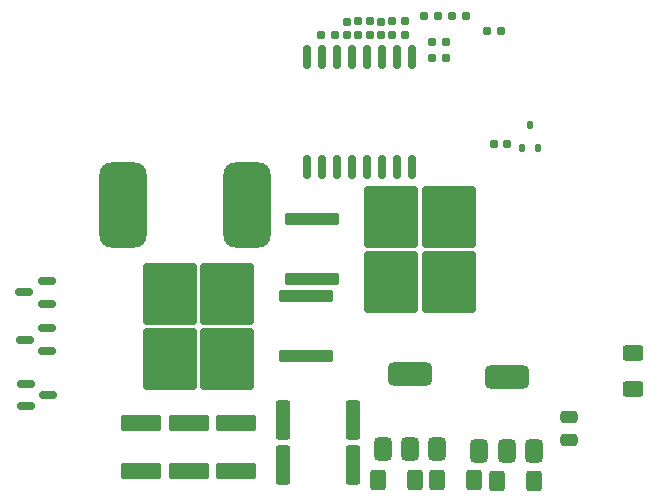
<source format=gtp>
G04 #@! TF.GenerationSoftware,KiCad,Pcbnew,8.0.0*
G04 #@! TF.CreationDate,2024-04-27T08:46:39-07:00*
G04 #@! TF.ProjectId,module controller,6d6f6475-6c65-4206-936f-6e74726f6c6c,rev?*
G04 #@! TF.SameCoordinates,Original*
G04 #@! TF.FileFunction,Paste,Top*
G04 #@! TF.FilePolarity,Positive*
%FSLAX46Y46*%
G04 Gerber Fmt 4.6, Leading zero omitted, Abs format (unit mm)*
G04 Created by KiCad (PCBNEW 8.0.0) date 2024-04-27 08:46:39*
%MOMM*%
%LPD*%
G01*
G04 APERTURE LIST*
G04 Aperture macros list*
%AMRoundRect*
0 Rectangle with rounded corners*
0 $1 Rounding radius*
0 $2 $3 $4 $5 $6 $7 $8 $9 X,Y pos of 4 corners*
0 Add a 4 corners polygon primitive as box body*
4,1,4,$2,$3,$4,$5,$6,$7,$8,$9,$2,$3,0*
0 Add four circle primitives for the rounded corners*
1,1,$1+$1,$2,$3*
1,1,$1+$1,$4,$5*
1,1,$1+$1,$6,$7*
1,1,$1+$1,$8,$9*
0 Add four rect primitives between the rounded corners*
20,1,$1+$1,$2,$3,$4,$5,0*
20,1,$1+$1,$4,$5,$6,$7,0*
20,1,$1+$1,$6,$7,$8,$9,0*
20,1,$1+$1,$8,$9,$2,$3,0*%
G04 Aperture macros list end*
%ADD10RoundRect,0.150000X0.587500X0.150000X-0.587500X0.150000X-0.587500X-0.150000X0.587500X-0.150000X0*%
%ADD11RoundRect,0.155000X-0.155000X0.212500X-0.155000X-0.212500X0.155000X-0.212500X0.155000X0.212500X0*%
%ADD12RoundRect,0.250000X0.475000X-0.250000X0.475000X0.250000X-0.475000X0.250000X-0.475000X-0.250000X0*%
%ADD13RoundRect,0.160000X0.160000X-0.197500X0.160000X0.197500X-0.160000X0.197500X-0.160000X-0.197500X0*%
%ADD14RoundRect,0.150000X-0.587500X-0.150000X0.587500X-0.150000X0.587500X0.150000X-0.587500X0.150000X0*%
%ADD15RoundRect,0.250000X-0.362500X-1.425000X0.362500X-1.425000X0.362500X1.425000X-0.362500X1.425000X0*%
%ADD16RoundRect,0.250000X-2.050000X-0.300000X2.050000X-0.300000X2.050000X0.300000X-2.050000X0.300000X0*%
%ADD17RoundRect,0.250000X-2.025000X-2.375000X2.025000X-2.375000X2.025000X2.375000X-2.025000X2.375000X0*%
%ADD18RoundRect,0.250000X-0.625000X0.400000X-0.625000X-0.400000X0.625000X-0.400000X0.625000X0.400000X0*%
%ADD19RoundRect,0.150000X0.150000X-0.875000X0.150000X0.875000X-0.150000X0.875000X-0.150000X-0.875000X0*%
%ADD20RoundRect,0.160000X-0.160000X0.197500X-0.160000X-0.197500X0.160000X-0.197500X0.160000X0.197500X0*%
%ADD21RoundRect,0.249999X1.450001X-0.450001X1.450001X0.450001X-1.450001X0.450001X-1.450001X-0.450001X0*%
%ADD22RoundRect,0.250000X0.400000X0.625000X-0.400000X0.625000X-0.400000X-0.625000X0.400000X-0.625000X0*%
%ADD23RoundRect,0.375000X0.375000X-0.625000X0.375000X0.625000X-0.375000X0.625000X-0.375000X-0.625000X0*%
%ADD24RoundRect,0.500000X1.400000X-0.500000X1.400000X0.500000X-1.400000X0.500000X-1.400000X-0.500000X0*%
%ADD25RoundRect,0.155000X0.155000X-0.212500X0.155000X0.212500X-0.155000X0.212500X-0.155000X-0.212500X0*%
%ADD26RoundRect,0.160000X0.197500X0.160000X-0.197500X0.160000X-0.197500X-0.160000X0.197500X-0.160000X0*%
%ADD27RoundRect,0.112500X-0.112500X-0.237500X0.112500X-0.237500X0.112500X0.237500X-0.112500X0.237500X0*%
%ADD28RoundRect,0.155000X-0.212500X-0.155000X0.212500X-0.155000X0.212500X0.155000X-0.212500X0.155000X0*%
%ADD29RoundRect,0.250000X2.050000X0.300000X-2.050000X0.300000X-2.050000X-0.300000X2.050000X-0.300000X0*%
%ADD30RoundRect,0.250000X2.025000X2.375000X-2.025000X2.375000X-2.025000X-2.375000X2.025000X-2.375000X0*%
%ADD31RoundRect,0.160000X-0.197500X-0.160000X0.197500X-0.160000X0.197500X0.160000X-0.197500X0.160000X0*%
%ADD32RoundRect,1.000000X-1.000000X-2.600000X1.000000X-2.600000X1.000000X2.600000X-1.000000X2.600000X0*%
G04 APERTURE END LIST*
D10*
X102567500Y-60042500D03*
X102567500Y-58142500D03*
X100692500Y-59092500D03*
D11*
X127980000Y-36172500D03*
X127980000Y-37307500D03*
D12*
X146790000Y-71560000D03*
X146790000Y-69660000D03*
D13*
X131850000Y-37317500D03*
X131850000Y-36122500D03*
D14*
X100852500Y-66837500D03*
X100852500Y-68737500D03*
X102727500Y-67787500D03*
D10*
X102647500Y-64032500D03*
X102647500Y-62132500D03*
X100772500Y-63082500D03*
D15*
X122547500Y-69860000D03*
X128472500Y-69860000D03*
D16*
X125040000Y-52910000D03*
D17*
X131765000Y-52675000D03*
X131765000Y-58225000D03*
X136615000Y-52675000D03*
X136615000Y-58225000D03*
D16*
X125040000Y-57990000D03*
D18*
X152220000Y-64180000D03*
X152220000Y-67280000D03*
D19*
X124610000Y-48430000D03*
X125880000Y-48430000D03*
X127150000Y-48430000D03*
X128420000Y-48430000D03*
X129690000Y-48430000D03*
X130960000Y-48430000D03*
X132230000Y-48430000D03*
X133500000Y-48430000D03*
X133500000Y-39130000D03*
X132230000Y-39130000D03*
X130960000Y-39130000D03*
X129690000Y-39130000D03*
X128420000Y-39130000D03*
X127150000Y-39130000D03*
X125880000Y-39130000D03*
X124610000Y-39130000D03*
D20*
X129930000Y-36102500D03*
X129930000Y-37297500D03*
D21*
X118610000Y-74230000D03*
X118610000Y-70130000D03*
D20*
X128920000Y-36112500D03*
X128920000Y-37307500D03*
D15*
X122627500Y-73730000D03*
X128552500Y-73730000D03*
D22*
X133730000Y-75000000D03*
X130630000Y-75000000D03*
D23*
X131027501Y-72320000D03*
X133327501Y-72320000D03*
X135627501Y-72320000D03*
D24*
X133327501Y-66020000D03*
D25*
X132890000Y-37277500D03*
X132890000Y-36142500D03*
D23*
X139220000Y-72530000D03*
X141520000Y-72530000D03*
X143820000Y-72530000D03*
D24*
X141520000Y-66230000D03*
D26*
X141067500Y-36980000D03*
X139872500Y-36980000D03*
D21*
X110560000Y-74240000D03*
X110560000Y-70140000D03*
D27*
X142860000Y-46900000D03*
X144160000Y-46900000D03*
X143510000Y-44900000D03*
D11*
X130890000Y-36152500D03*
X130890000Y-37287500D03*
D21*
X114590000Y-74240000D03*
X114590000Y-70140000D03*
D22*
X143820000Y-75030000D03*
X140720000Y-75030000D03*
X138760000Y-74990000D03*
X135660000Y-74990000D03*
D26*
X136367500Y-37870000D03*
X135172500Y-37870000D03*
D28*
X140422500Y-46510000D03*
X141557500Y-46510000D03*
D29*
X124560000Y-64500000D03*
D30*
X117835000Y-64735000D03*
X117835000Y-59185000D03*
X112985000Y-64735000D03*
X112985000Y-59185000D03*
D29*
X124560000Y-59420000D03*
D31*
X135232500Y-39280000D03*
X136427500Y-39280000D03*
X134532500Y-35680000D03*
X135727500Y-35680000D03*
X136882500Y-35710000D03*
X138077500Y-35710000D03*
D32*
X109020000Y-51680000D03*
X119520000Y-51680000D03*
D31*
X125802500Y-37270000D03*
X126997500Y-37270000D03*
M02*

</source>
